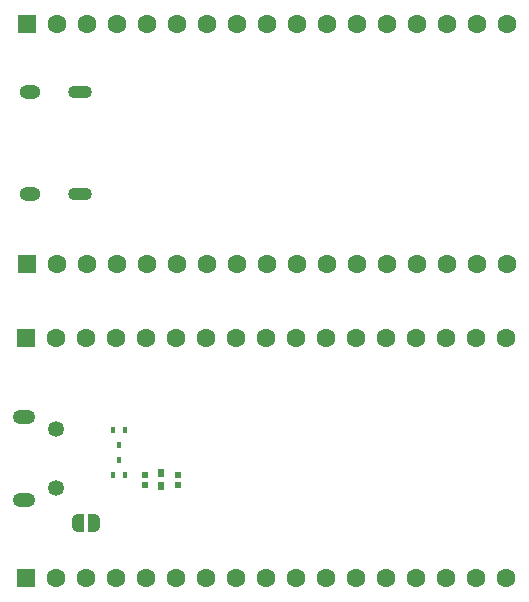
<source format=gbs>
G04 #@! TF.GenerationSoftware,KiCad,Pcbnew,7.0.9*
G04 #@! TF.CreationDate,2024-10-07T22:18:26-04:00*
G04 #@! TF.ProjectId,ESP32_VP,45535033-325f-4565-902e-6b696361645f,rev?*
G04 #@! TF.SameCoordinates,Original*
G04 #@! TF.FileFunction,Soldermask,Bot*
G04 #@! TF.FilePolarity,Negative*
%FSLAX46Y46*%
G04 Gerber Fmt 4.6, Leading zero omitted, Abs format (unit mm)*
G04 Created by KiCad (PCBNEW 7.0.9) date 2024-10-07 22:18:26*
%MOMM*%
%LPD*%
G01*
G04 APERTURE LIST*
G04 Aperture macros list*
%AMFreePoly0*
4,1,19,0.500000,-0.750000,0.000000,-0.750000,0.000000,-0.744911,-0.071157,-0.744911,-0.207708,-0.704816,-0.327430,-0.627875,-0.420627,-0.520320,-0.479746,-0.390866,-0.500000,-0.250000,-0.500000,0.250000,-0.479746,0.390866,-0.420627,0.520320,-0.327430,0.627875,-0.207708,0.704816,-0.071157,0.744911,0.000000,0.744911,0.000000,0.750000,0.500000,0.750000,0.500000,-0.750000,0.500000,-0.750000,
$1*%
%AMFreePoly1*
4,1,19,0.000000,0.744911,0.071157,0.744911,0.207708,0.704816,0.327430,0.627875,0.420627,0.520320,0.479746,0.390866,0.500000,0.250000,0.500000,-0.250000,0.479746,-0.390866,0.420627,-0.520320,0.327430,-0.627875,0.207708,-0.704816,0.071157,-0.744911,0.000000,-0.744911,0.000000,-0.750000,-0.500000,-0.750000,-0.500000,0.750000,0.000000,0.750000,0.000000,0.744911,0.000000,0.744911,
$1*%
G04 Aperture macros list end*
%ADD10R,1.600000X1.600000*%
%ADD11C,1.600000*%
%ADD12O,2.000000X1.100000*%
%ADD13O,1.800000X1.200000*%
%ADD14C,1.350000*%
%ADD15O,1.900000X1.200000*%
%ADD16R,0.540000X0.570000*%
%ADD17R,0.540000X0.790000*%
%ADD18R,0.400000X0.510000*%
%ADD19FreePoly0,180.000000*%
%ADD20FreePoly1,180.000000*%
G04 APERTURE END LIST*
D10*
X65074800Y-89052400D03*
D11*
X67614800Y-89052400D03*
X70154800Y-89052400D03*
X72694800Y-89052400D03*
X75234800Y-89052400D03*
X77774800Y-89052400D03*
X80314800Y-89052400D03*
X82854800Y-89052400D03*
X85394800Y-89052400D03*
X87934800Y-89052400D03*
X90474800Y-89052400D03*
X93014800Y-89052400D03*
X95554800Y-89052400D03*
X98094800Y-89052400D03*
X100634800Y-89052400D03*
X103174800Y-89052400D03*
X105714800Y-89052400D03*
D10*
X65074800Y-109372400D03*
D11*
X67614800Y-109372400D03*
X70154800Y-109372400D03*
X72694800Y-109372400D03*
X75234800Y-109372400D03*
X77774800Y-109372400D03*
X80314800Y-109372400D03*
X82854800Y-109372400D03*
X85394800Y-109372400D03*
X87934800Y-109372400D03*
X90474800Y-109372400D03*
X93014800Y-109372400D03*
X95554800Y-109372400D03*
X98094800Y-109372400D03*
X100634800Y-109372400D03*
X103174800Y-109372400D03*
X105714800Y-109372400D03*
D12*
X69597200Y-94841600D03*
D13*
X65387200Y-94841600D03*
D12*
X69597200Y-103481600D03*
D13*
X65387200Y-103481600D03*
D14*
X67527000Y-123357000D03*
X67527000Y-128357000D03*
D15*
X64827000Y-129357000D03*
X64827000Y-122357000D03*
D10*
X65024000Y-115697000D03*
D11*
X67564000Y-115697000D03*
X70104000Y-115697000D03*
X72644000Y-115697000D03*
X75184000Y-115697000D03*
X77724000Y-115697000D03*
X80264000Y-115697000D03*
X82804000Y-115697000D03*
X85344000Y-115697000D03*
X87884000Y-115697000D03*
X90424000Y-115697000D03*
X92964000Y-115697000D03*
X95504000Y-115697000D03*
X98044000Y-115697000D03*
X100584000Y-115697000D03*
X103124000Y-115697000D03*
X105664000Y-115697000D03*
D16*
X77851000Y-128114000D03*
X77851000Y-127254000D03*
D17*
X76454000Y-127134000D03*
X76454000Y-128234000D03*
D18*
X72398000Y-123478000D03*
X73398000Y-123478000D03*
X72898000Y-124778000D03*
D10*
X65024000Y-136017000D03*
D11*
X67564000Y-136017000D03*
X70104000Y-136017000D03*
X72644000Y-136017000D03*
X75184000Y-136017000D03*
X77724000Y-136017000D03*
X80264000Y-136017000D03*
X82804000Y-136017000D03*
X85344000Y-136017000D03*
X87884000Y-136017000D03*
X90424000Y-136017000D03*
X92964000Y-136017000D03*
X95504000Y-136017000D03*
X98044000Y-136017000D03*
X100584000Y-136017000D03*
X103124000Y-136017000D03*
X105664000Y-136017000D03*
D16*
X75057000Y-128114000D03*
X75057000Y-127254000D03*
D19*
X70754000Y-131318000D03*
D20*
X69454000Y-131318000D03*
D18*
X73398000Y-127318000D03*
X72398000Y-127318000D03*
X72898000Y-126018000D03*
M02*

</source>
